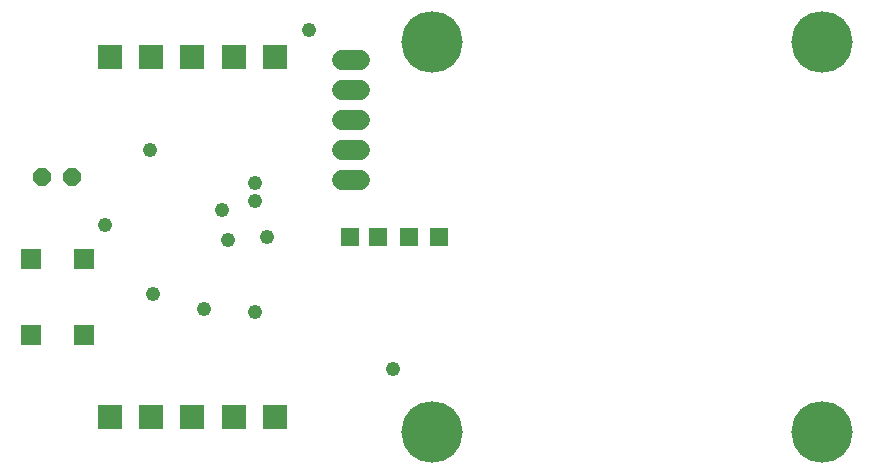
<source format=gbr>
G04 EAGLE Gerber RS-274X export*
G75*
%MOMM*%
%FSLAX34Y34*%
%LPD*%
%INSoldermask Bottom*%
%IPPOS*%
%AMOC8*
5,1,8,0,0,1.08239X$1,22.5*%
G01*
%ADD10C,5.203200*%
%ADD11C,1.727200*%
%ADD12P,1.649562X8X202.500000*%
%ADD13R,1.511200X1.511200*%
%ADD14C,3.403200*%
%ADD15R,1.711200X1.711200*%
%ADD16R,2.153200X2.153200*%
%ADD17C,1.209600*%


D10*
X368300Y368300D03*
X698500Y368300D03*
X368300Y38100D03*
X698500Y38100D03*
D11*
X307340Y251460D02*
X292100Y251460D01*
X292100Y276860D02*
X307340Y276860D01*
X307340Y302260D02*
X292100Y302260D01*
X292100Y327660D02*
X307340Y327660D01*
X307340Y353060D02*
X292100Y353060D01*
D12*
X63500Y254000D03*
X38100Y254000D03*
D13*
X373400Y203200D03*
X348400Y203200D03*
X322400Y203200D03*
X298400Y203200D03*
D14*
X698400Y368200D03*
X698400Y38200D03*
X368400Y38200D03*
X368400Y368200D03*
D15*
X28300Y184900D03*
X73300Y184900D03*
X73300Y119900D03*
X28300Y119900D03*
D16*
X95100Y355600D03*
X130100Y355600D03*
X165100Y355600D03*
X200100Y355600D03*
X235100Y355600D03*
X235100Y50800D03*
X200100Y50800D03*
X165100Y50800D03*
X130100Y50800D03*
X95100Y50800D03*
D17*
X190500Y226060D03*
X132080Y154940D03*
X228600Y203200D03*
X218440Y139700D03*
X264160Y378460D03*
X335280Y91440D03*
X129540Y276860D03*
X218440Y248920D03*
X195580Y200660D03*
X218440Y233680D03*
X175260Y142240D03*
X91440Y213360D03*
M02*

</source>
